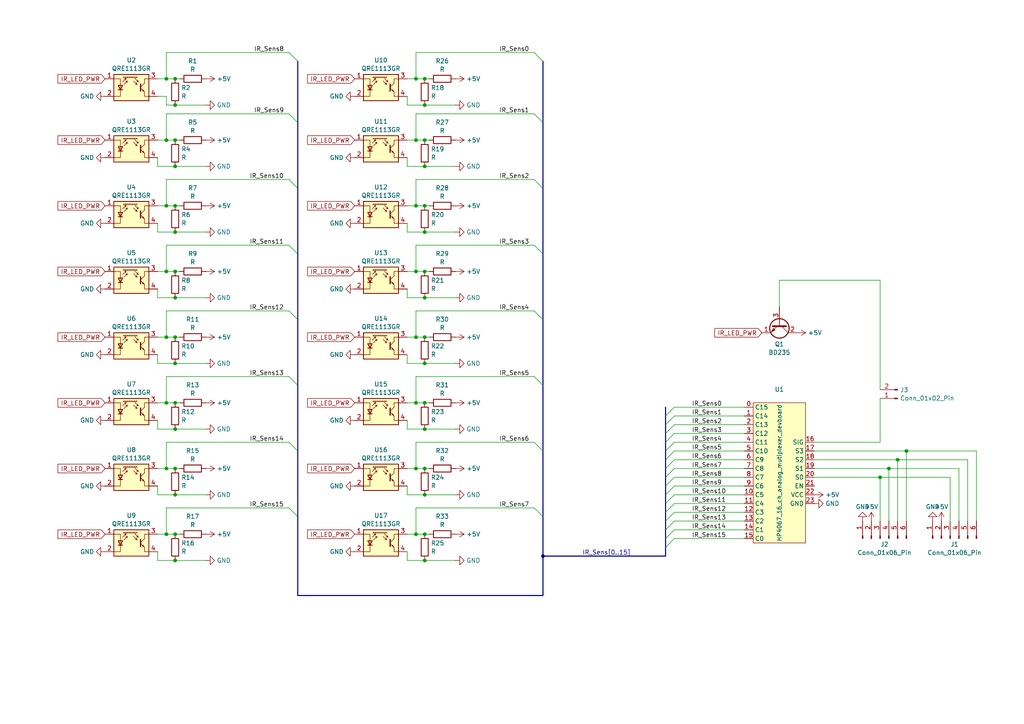
<source format=kicad_sch>
(kicad_sch (version 20231120) (generator "eeschema") (generator_version "8.0")
  (paper "A4")
  (lib_symbols
    (symbol "Connector:Conn_01x02_Pin" (pin_names (offset 1.016) hide)
      (property "Reference" "J" (at 0 2.54 0))
      (property "Value" "Conn_01x02_Pin" (at 0 -5.08 0))
      (symbol "Conn_01x02_Pin_1_1"
        (pin passive line (at 5.08 0 180) (length 3.81) (name "Pin_1") (number "1"))
        (pin passive line (at 5.08 -2.54 180) (length 3.81) (name "Pin_2") (number "2"))
      )
    )
    (symbol "Connector:Conn_01x06_Pin" (pin_names (offset 1.016) hide)
      (property "Reference" "J" (at 0 7.62 0))
      (property "Value" "Conn_01x06_Pin" (at 0 -10.16 0))
      (symbol "Conn_01x06_Pin_1_1"
        (pin passive line (at 5.08 5.08 180) (length 3.81) (name "Pin_1") (number "1"))
        (pin passive line (at 5.08 2.54 180) (length 3.81) (name "Pin_2") (number "2"))
        (pin passive line (at 5.08 0 180) (length 3.81) (name "Pin_3") (number "3"))
        (pin passive line (at 5.08 -2.54 180) (length 3.81) (name "Pin_4") (number "4"))
        (pin passive line (at 5.08 -5.08 180) (length 3.81) (name "Pin_5") (number "5"))
        (pin passive line (at 5.08 -7.62 180) (length 3.81) (name "Pin_6") (number "6"))
      )
    )
    (symbol "Device:R" (pin_numbers hide) (pin_names (offset 0))
      (property "Reference" "R" (at 2.032 0 90))
      (property "Value" "R" (at 0 0 90))
      (symbol "R_1_1"
        (pin passive line (at 0 3.81 270) (length 1.27) (name "~") (number "1"))
        (pin passive line (at 0 -3.81 90) (length 1.27) (name "~") (number "2"))
      )
    )
    (symbol "Sensor_Proximity:QRE1113GR" (pin_names (offset 0.0254) hide)
      (property "Reference" "U" (at -3.81 5.08 0))
      (property "Value" "QRE1113GR" (at 11.43 5.08 0))
      (symbol "QRE1113GR_1_1"
        (pin passive line (at -7.62 2.54 0) (length 2.54) (name "A") (number "1"))
        (pin passive line (at -7.62 -2.54 0) (length 2.54) (name "K") (number "2"))
        (pin open_collector line (at 7.62 2.54 180) (length 2.54) (name "~") (number "3"))
        (pin open_emitter line (at 7.62 -2.54 180) (length 2.54) (name "~") (number "4"))
      )
    )
    (symbol "Transistor_BJT:BD235" (pin_names (offset 0) hide)
      (property "Reference" "Q" (at 5.08 1.905 0))
      (property "Value" "BD235" (at 5.08 0 0))
      (symbol "BD235_1_1"
        (pin passive line (at 2.54 -5.08 90) (length 2.54) (name "E") (number "1"))
        (pin passive line (at 2.54 5.08 270) (length 2.54) (name "C") (number "2"))
        (pin input line (at -5.08 0 0) (length 5.08) (name "B") (number "3"))
      )
    )
    (symbol "power:+5V" (power) (pin_numbers hide) (pin_names (offset 0) hide)
      (property "Value" "+5V" (at 0 3.556 0))
      (symbol "+5V_1_1"
        (pin power_in line (at 0 0 90) (length 0) (name "~") (number "1"))
      )
    )
    (symbol "power:GND" (power) (pin_numbers hide) (pin_names (offset 0) hide)
      (property "Value" "GND" (at 0 -3.81 0))
      (symbol "GND_1_1"
        (pin power_in line (at 0 0 270) (length 0) (name "~") (number "1"))
      )
    )
    (symbol "sequencer_library:HP4067_16_ch_analog_mutiplexer_devboard"
      (property "Reference" "U" (at 0 2.54 0))
      (property "Value" "HP4067_16_ch_analog_mutiplexer_devboard" (at 10.16 -19.05 90))
      (symbol "HP4067_16_ch_analog_mutiplexer_devboard_1_0"
        (pin bidirectional line (at 0 0 0) (length 2.54) (name "C15") (number "0"))
        (pin bidirectional line (at 0 -2.54 0) (length 2.54) (name "C14") (number "1"))
        (pin bidirectional line (at 0 -25.4 0) (length 2.54) (name "C5") (number "10"))
        (pin bidirectional line (at 0 -27.94 0) (length 2.54) (name "C4") (number "11"))
        (pin bidirectional line (at 0 -30.48 0) (length 2.54) (name "C3") (number "12"))
        (pin bidirectional line (at 0 -33.02 0) (length 2.54) (name "C2") (number "13"))
        (pin bidirectional line (at 0 -35.56 0) (length 2.54) (name "C1") (number "14"))
        (pin bidirectional line (at 0 -38.1 0) (length 2.54) (name "C0") (number "15"))
        (pin bidirectional line (at 20.32 -10.16 180) (length 2.54) (name "SIG") (number "16"))
        (pin input line (at 20.32 -12.7 180) (length 2.54) (name "S3") (number "17"))
        (pin input line (at 20.32 -15.24 180) (length 2.54) (name "S2") (number "18"))
        (pin input line (at 20.32 -17.78 180) (length 2.54) (name "S1") (number "19"))
        (pin bidirectional line (at 0 -5.08 0) (length 2.54) (name "C13") (number "2"))
        (pin input line (at 20.32 -20.32 180) (length 2.54) (name "S0") (number "20"))
        (pin input line (at 20.32 -22.86 180) (length 2.54) (name "EN") (number "21"))
        (pin power_in line (at 20.32 -25.4 180) (length 2.54) (name "VCC") (number "22"))
        (pin passive line (at 20.32 -27.94 180) (length 2.54) (name "GND") (number "23"))
        (pin bidirectional line (at 0 -7.62 0) (length 2.54) (name "C12") (number "3"))
        (pin bidirectional line (at 0 -10.16 0) (length 2.54) (name "C11") (number "4"))
        (pin bidirectional line (at 0 -12.7 0) (length 2.54) (name "C10") (number "5"))
        (pin bidirectional line (at 0 -15.24 0) (length 2.54) (name "C9") (number "6"))
        (pin bidirectional line (at 0 -17.78 0) (length 2.54) (name "C8") (number "7"))
        (pin bidirectional line (at 0 -20.32 0) (length 2.54) (name "C7") (number "8"))
        (pin bidirectional line (at 0 -22.86 0) (length 2.54) (name "C6") (number "9"))
      )
    )
  )
  (junction (at 123.19 22.86))
  (junction (at 123.19 116.84))
  (junction (at 48.26 135.89))
  (junction (at 50.8 135.89))
  (junction (at 120.65 116.84))
  (junction (at 120.65 22.86))
  (junction (at 120.65 59.69))
  (junction (at 50.8 48.26))
  (junction (at 50.8 154.94))
  (junction (at 120.65 135.89))
  (junction (at 48.26 154.94))
  (junction (at 123.19 97.79))
  (junction (at 123.19 78.74))
  (junction (at 255.27 138.43))
  (junction (at 157.48 161.29))
  (junction (at 123.19 30.48))
  (junction (at 48.26 116.84))
  (junction (at 50.8 124.46))
  (junction (at 50.8 97.79))
  (junction (at 50.8 30.48))
  (junction (at 48.26 22.86))
  (junction (at 50.8 86.36))
  (junction (at 260.35 133.35))
  (junction (at 123.19 48.26))
  (junction (at 48.26 40.64))
  (junction (at 123.19 135.89))
  (junction (at 50.8 162.56))
  (junction (at 50.8 105.41))
  (junction (at 262.89 130.81))
  (junction (at 257.81 135.89))
  (junction (at 50.8 143.51))
  (junction (at 50.8 116.84))
  (junction (at 120.65 40.64))
  (junction (at 50.8 22.86))
  (junction (at 123.19 86.36))
  (junction (at 123.19 59.69))
  (junction (at 120.65 97.79))
  (junction (at 120.65 154.94))
  (junction (at 120.65 78.74))
  (junction (at 123.19 105.41))
  (junction (at 123.19 143.51))
  (junction (at 123.19 154.94))
  (junction (at 123.19 40.64))
  (junction (at 48.26 59.69))
  (junction (at 48.26 78.74))
  (junction (at 50.8 40.64))
  (junction (at 123.19 124.46))
  (junction (at 50.8 67.31))
  (junction (at 123.19 67.31))
  (junction (at 48.26 97.79))
  (junction (at 50.8 78.74))
  (junction (at 50.8 59.69))
  (junction (at 123.19 162.56))
  (bus_entry (at 157.48 92.71) (size -2.54 -2.54))
  (bus_entry (at 193.04 128.27) (size 2.54 -2.54))
  (bus_entry (at 86.36 92.71) (size -2.54 -2.54))
  (bus_entry (at 86.36 35.56) (size -2.54 -2.54))
  (bus_entry (at 193.04 120.65) (size 2.54 -2.54))
  (bus_entry (at 193.04 153.67) (size 2.54 -2.54))
  (bus_entry (at 193.04 130.81) (size 2.54 -2.54))
  (bus_entry (at 193.04 151.13) (size 2.54 -2.54))
  (bus_entry (at 86.36 111.76) (size -2.54 -2.54))
  (bus_entry (at 157.48 54.61) (size -2.54 -2.54))
  (bus_entry (at 157.48 149.86) (size -2.54 -2.54))
  (bus_entry (at 193.04 138.43) (size 2.54 -2.54))
  (bus_entry (at 193.04 140.97) (size 2.54 -2.54))
  (bus_entry (at 157.48 130.81) (size -2.54 -2.54))
  (bus_entry (at 86.36 54.61) (size -2.54 -2.54))
  (bus_entry (at 193.04 133.35) (size 2.54 -2.54))
  (bus_entry (at 157.48 73.66) (size -2.54 -2.54))
  (bus_entry (at 193.04 148.59) (size 2.54 -2.54))
  (bus_entry (at 157.48 17.78) (size -2.54 -2.54))
  (bus_entry (at 193.04 158.75) (size 2.54 -2.54))
  (bus_entry (at 86.36 17.78) (size -2.54 -2.54))
  (bus_entry (at 86.36 73.66) (size -2.54 -2.54))
  (bus_entry (at 193.04 146.05) (size 2.54 -2.54))
  (bus_entry (at 193.04 123.19) (size 2.54 -2.54))
  (bus_entry (at 193.04 135.89) (size 2.54 -2.54))
  (bus_entry (at 86.36 130.81) (size -2.54 -2.54))
  (bus_entry (at 193.04 156.21) (size 2.54 -2.54))
  (bus_entry (at 157.48 111.76) (size -2.54 -2.54))
  (bus_entry (at 157.48 35.56) (size -2.54 -2.54))
  (bus_entry (at 193.04 143.51) (size 2.54 -2.54))
  (bus_entry (at 86.36 149.86) (size -2.54 -2.54))
  (bus_entry (at 193.04 125.73) (size 2.54 -2.54))
  (bus (pts (xy 157.48 149.86) (xy 157.48 161.29)))
  (wire (pts (xy 195.58 151.13) (xy 215.9 151.13)))
  (bus (pts (xy 86.36 54.61) (xy 86.36 73.66)))
  (wire (pts (xy 123.19 67.31) (xy 118.11 67.31)))
  (wire (pts (xy 118.11 40.64) (xy 120.65 40.64)))
  (wire (pts (xy 48.26 52.07) (xy 83.82 52.07)))
  (wire (pts (xy 120.65 147.32) (xy 154.94 147.32)))
  (wire (pts (xy 118.11 30.48) (xy 118.11 27.94)))
  (wire (pts (xy 255.27 113.03) (xy 255.27 81.28)))
  (wire (pts (xy 118.11 162.56) (xy 118.11 160.02)))
  (wire (pts (xy 59.69 86.36) (xy 50.8 86.36)))
  (wire (pts (xy 132.08 143.51) (xy 123.19 143.51)))
  (wire (pts (xy 48.26 135.89) (xy 50.8 135.89)))
  (bus (pts (xy 86.36 149.86) (xy 86.36 172.72)))
  (wire (pts (xy 120.65 128.27) (xy 154.94 128.27)))
  (bus (pts (xy 193.04 148.59) (xy 193.04 151.13)))
  (wire (pts (xy 120.65 78.74) (xy 123.19 78.74)))
  (wire (pts (xy 45.72 116.84) (xy 48.26 116.84)))
  (wire (pts (xy 50.8 124.46) (xy 45.72 124.46)))
  (wire (pts (xy 120.65 109.22) (xy 154.94 109.22)))
  (wire (pts (xy 123.19 105.41) (xy 118.11 105.41)))
  (bus (pts (xy 193.04 143.51) (xy 193.04 146.05)))
  (wire (pts (xy 123.19 116.84) (xy 124.46 116.84)))
  (wire (pts (xy 120.65 59.69) (xy 120.65 52.07)))
  (wire (pts (xy 48.26 40.64) (xy 50.8 40.64)))
  (bus (pts (xy 193.04 135.89) (xy 193.04 138.43)))
  (wire (pts (xy 45.72 135.89) (xy 48.26 135.89)))
  (wire (pts (xy 132.08 86.36) (xy 123.19 86.36)))
  (wire (pts (xy 48.26 33.02) (xy 83.82 33.02)))
  (wire (pts (xy 120.65 154.94) (xy 123.19 154.94)))
  (wire (pts (xy 118.11 154.94) (xy 120.65 154.94)))
  (wire (pts (xy 120.65 90.17) (xy 154.94 90.17)))
  (wire (pts (xy 236.22 135.89) (xy 257.81 135.89)))
  (wire (pts (xy 120.65 22.86) (xy 123.19 22.86)))
  (wire (pts (xy 48.26 116.84) (xy 48.26 109.22)))
  (wire (pts (xy 118.11 67.31) (xy 118.11 64.77)))
  (wire (pts (xy 45.72 67.31) (xy 45.72 64.77)))
  (wire (pts (xy 195.58 135.89) (xy 215.9 135.89)))
  (wire (pts (xy 132.08 105.41) (xy 123.19 105.41)))
  (wire (pts (xy 50.8 78.74) (xy 52.07 78.74)))
  (wire (pts (xy 48.26 30.48) (xy 50.8 30.48)))
  (wire (pts (xy 132.08 67.31) (xy 123.19 67.31)))
  (wire (pts (xy 48.26 59.69) (xy 50.8 59.69)))
  (wire (pts (xy 48.26 15.24) (xy 83.82 15.24)))
  (bus (pts (xy 193.04 138.43) (xy 193.04 140.97)))
  (wire (pts (xy 278.13 135.89) (xy 278.13 151.13)))
  (wire (pts (xy 45.72 40.64) (xy 48.26 40.64)))
  (wire (pts (xy 118.11 124.46) (xy 118.11 121.92)))
  (wire (pts (xy 195.58 146.05) (xy 215.9 146.05)))
  (wire (pts (xy 48.26 154.94) (xy 48.26 147.32)))
  (wire (pts (xy 120.65 97.79) (xy 123.19 97.79)))
  (wire (pts (xy 48.26 71.12) (xy 83.82 71.12)))
  (wire (pts (xy 50.8 40.64) (xy 52.07 40.64)))
  (wire (pts (xy 255.27 128.27) (xy 255.27 115.57)))
  (bus (pts (xy 193.04 128.27) (xy 193.04 130.81)))
  (bus (pts (xy 193.04 118.11) (xy 193.04 120.65)))
  (wire (pts (xy 45.72 86.36) (xy 45.72 83.82)))
  (wire (pts (xy 59.69 124.46) (xy 50.8 124.46)))
  (bus (pts (xy 157.48 130.81) (xy 157.48 149.86)))
  (wire (pts (xy 45.72 124.46) (xy 45.72 121.92)))
  (wire (pts (xy 50.8 116.84) (xy 52.07 116.84)))
  (wire (pts (xy 257.81 135.89) (xy 257.81 151.13)))
  (wire (pts (xy 45.72 143.51) (xy 45.72 140.97)))
  (wire (pts (xy 120.65 40.64) (xy 120.65 33.02)))
  (wire (pts (xy 120.65 154.94) (xy 120.65 147.32)))
  (wire (pts (xy 123.19 40.64) (xy 124.46 40.64)))
  (wire (pts (xy 59.69 67.31) (xy 50.8 67.31)))
  (wire (pts (xy 120.65 22.86) (xy 120.65 15.24)))
  (wire (pts (xy 123.19 124.46) (xy 118.11 124.46)))
  (wire (pts (xy 45.72 97.79) (xy 48.26 97.79)))
  (wire (pts (xy 195.58 138.43) (xy 215.9 138.43)))
  (wire (pts (xy 48.26 30.48) (xy 48.26 27.94)))
  (wire (pts (xy 260.35 133.35) (xy 280.67 133.35)))
  (wire (pts (xy 50.8 48.26) (xy 45.72 48.26)))
  (wire (pts (xy 195.58 130.81) (xy 215.9 130.81)))
  (wire (pts (xy 120.65 78.74) (xy 120.65 71.12)))
  (wire (pts (xy 48.26 154.94) (xy 50.8 154.94)))
  (wire (pts (xy 195.58 148.59) (xy 215.9 148.59)))
  (wire (pts (xy 118.11 59.69) (xy 120.65 59.69)))
  (bus (pts (xy 157.48 35.56) (xy 157.48 54.61)))
  (wire (pts (xy 120.65 97.79) (xy 120.65 90.17)))
  (wire (pts (xy 48.26 22.86) (xy 48.26 15.24)))
  (wire (pts (xy 280.67 133.35) (xy 280.67 151.13)))
  (wire (pts (xy 45.72 154.94) (xy 48.26 154.94)))
  (wire (pts (xy 255.27 138.43) (xy 275.59 138.43)))
  (wire (pts (xy 50.8 162.56) (xy 45.72 162.56)))
  (wire (pts (xy 50.8 30.48) (xy 59.69 30.48)))
  (wire (pts (xy 48.26 78.74) (xy 50.8 78.74)))
  (wire (pts (xy 48.26 59.69) (xy 48.26 52.07)))
  (wire (pts (xy 195.58 156.21) (xy 215.9 156.21)))
  (wire (pts (xy 120.65 116.84) (xy 123.19 116.84)))
  (wire (pts (xy 118.11 22.86) (xy 120.65 22.86)))
  (wire (pts (xy 59.69 48.26) (xy 50.8 48.26)))
  (wire (pts (xy 226.06 81.28) (xy 226.06 88.9)))
  (wire (pts (xy 50.8 97.79) (xy 52.07 97.79)))
  (wire (pts (xy 123.19 22.86) (xy 124.46 22.86)))
  (wire (pts (xy 59.69 143.51) (xy 50.8 143.51)))
  (bus (pts (xy 157.48 54.61) (xy 157.48 73.66)))
  (bus (pts (xy 193.04 120.65) (xy 193.04 123.19)))
  (wire (pts (xy 48.26 40.64) (xy 48.26 33.02)))
  (wire (pts (xy 132.08 124.46) (xy 123.19 124.46)))
  (wire (pts (xy 118.11 135.89) (xy 120.65 135.89)))
  (wire (pts (xy 132.08 162.56) (xy 123.19 162.56)))
  (wire (pts (xy 195.58 128.27) (xy 215.9 128.27)))
  (wire (pts (xy 120.65 40.64) (xy 123.19 40.64)))
  (wire (pts (xy 120.65 71.12) (xy 154.94 71.12)))
  (wire (pts (xy 195.58 153.67) (xy 215.9 153.67)))
  (wire (pts (xy 48.26 128.27) (xy 83.82 128.27)))
  (wire (pts (xy 195.58 123.19) (xy 215.9 123.19)))
  (wire (pts (xy 132.08 30.48) (xy 123.19 30.48)))
  (wire (pts (xy 120.65 15.24) (xy 154.94 15.24)))
  (wire (pts (xy 48.26 90.17) (xy 83.82 90.17)))
  (bus (pts (xy 193.04 156.21) (xy 193.04 158.75)))
  (bus (pts (xy 157.48 161.29) (xy 157.48 172.72)))
  (bus (pts (xy 193.04 123.19) (xy 193.04 125.73)))
  (wire (pts (xy 48.26 97.79) (xy 48.26 90.17)))
  (wire (pts (xy 283.21 130.81) (xy 283.21 151.13)))
  (bus (pts (xy 157.48 73.66) (xy 157.48 92.71)))
  (wire (pts (xy 48.26 116.84) (xy 50.8 116.84)))
  (wire (pts (xy 123.19 59.69) (xy 124.46 59.69)))
  (wire (pts (xy 118.11 48.26) (xy 118.11 45.72)))
  (wire (pts (xy 50.8 135.89) (xy 52.07 135.89)))
  (wire (pts (xy 123.19 30.48) (xy 118.11 30.48)))
  (wire (pts (xy 262.89 130.81) (xy 283.21 130.81)))
  (wire (pts (xy 118.11 105.41) (xy 118.11 102.87)))
  (bus (pts (xy 193.04 133.35) (xy 193.04 135.89)))
  (bus (pts (xy 86.36 92.71) (xy 86.36 111.76)))
  (wire (pts (xy 195.58 133.35) (xy 215.9 133.35)))
  (wire (pts (xy 123.19 143.51) (xy 118.11 143.51)))
  (wire (pts (xy 195.58 118.11) (xy 215.9 118.11)))
  (wire (pts (xy 50.8 22.86) (xy 52.07 22.86)))
  (bus (pts (xy 86.36 35.56) (xy 86.36 54.61)))
  (wire (pts (xy 118.11 78.74) (xy 120.65 78.74)))
  (wire (pts (xy 50.8 59.69) (xy 52.07 59.69)))
  (wire (pts (xy 45.72 78.74) (xy 48.26 78.74)))
  (bus (pts (xy 193.04 153.67) (xy 193.04 156.21)))
  (wire (pts (xy 236.22 128.27) (xy 255.27 128.27)))
  (wire (pts (xy 123.19 154.94) (xy 124.46 154.94)))
  (wire (pts (xy 59.69 162.56) (xy 50.8 162.56)))
  (bus (pts (xy 157.48 111.76) (xy 157.48 130.81)))
  (wire (pts (xy 132.08 48.26) (xy 123.19 48.26)))
  (wire (pts (xy 123.19 86.36) (xy 118.11 86.36)))
  (wire (pts (xy 120.65 52.07) (xy 154.94 52.07)))
  (wire (pts (xy 262.89 130.81) (xy 262.89 151.13)))
  (wire (pts (xy 45.72 162.56) (xy 45.72 160.02)))
  (wire (pts (xy 195.58 125.73) (xy 215.9 125.73)))
  (bus (pts (xy 86.36 73.66) (xy 86.36 92.71)))
  (bus (pts (xy 157.48 17.78) (xy 157.48 35.56)))
  (wire (pts (xy 255.27 138.43) (xy 255.27 151.13)))
  (wire (pts (xy 120.65 59.69) (xy 123.19 59.69)))
  (wire (pts (xy 48.26 22.86) (xy 50.8 22.86)))
  (bus (pts (xy 193.04 161.29) (xy 157.48 161.29)))
  (wire (pts (xy 48.26 97.79) (xy 50.8 97.79)))
  (wire (pts (xy 50.8 143.51) (xy 45.72 143.51)))
  (bus (pts (xy 193.04 125.73) (xy 193.04 128.27)))
  (bus (pts (xy 193.04 158.75) (xy 193.04 161.29)))
  (bus (pts (xy 193.04 140.97) (xy 193.04 143.51)))
  (wire (pts (xy 236.22 138.43) (xy 255.27 138.43)))
  (wire (pts (xy 45.72 22.86) (xy 48.26 22.86)))
  (wire (pts (xy 48.26 135.89) (xy 48.26 128.27)))
  (wire (pts (xy 195.58 143.51) (xy 215.9 143.51)))
  (wire (pts (xy 123.19 135.89) (xy 124.46 135.89)))
  (wire (pts (xy 120.65 116.84) (xy 120.65 109.22)))
  (wire (pts (xy 45.72 48.26) (xy 45.72 45.72)))
  (wire (pts (xy 45.72 59.69) (xy 48.26 59.69)))
  (wire (pts (xy 123.19 97.79) (xy 124.46 97.79)))
  (wire (pts (xy 50.8 86.36) (xy 45.72 86.36)))
  (wire (pts (xy 236.22 130.81) (xy 262.89 130.81)))
  (bus (pts (xy 157.48 92.71) (xy 157.48 111.76)))
  (wire (pts (xy 257.81 135.89) (xy 278.13 135.89)))
  (wire (pts (xy 48.26 109.22) (xy 83.82 109.22)))
  (wire (pts (xy 118.11 116.84) (xy 120.65 116.84)))
  (bus (pts (xy 193.04 151.13) (xy 193.04 153.67)))
  (wire (pts (xy 120.65 135.89) (xy 123.19 135.89)))
  (wire (pts (xy 120.65 128.27) (xy 120.65 135.89)))
  (wire (pts (xy 236.22 133.35) (xy 260.35 133.35)))
  (wire (pts (xy 255.27 81.28) (xy 226.06 81.28)))
  (wire (pts (xy 50.8 154.94) (xy 52.07 154.94)))
  (wire (pts (xy 48.26 78.74) (xy 48.26 71.12)))
  (wire (pts (xy 118.11 86.36) (xy 118.11 83.82)))
  (wire (pts (xy 50.8 105.41) (xy 45.72 105.41)))
  (wire (pts (xy 260.35 133.35) (xy 260.35 151.13)))
  (wire (pts (xy 275.59 138.43) (xy 275.59 151.13)))
  (bus (pts (xy 193.04 130.81) (xy 193.04 133.35)))
  (wire (pts (xy 118.11 143.51) (xy 118.11 140.97)))
  (wire (pts (xy 123.19 78.74) (xy 124.46 78.74)))
  (bus (pts (xy 86.36 111.76) (xy 86.36 130.81)))
  (bus (pts (xy 86.36 130.81) (xy 86.36 149.86)))
  (wire (pts (xy 59.69 105.41) (xy 50.8 105.41)))
  (bus (pts (xy 86.36 17.78) (xy 86.36 35.56)))
  (wire (pts (xy 195.58 120.65) (xy 215.9 120.65)))
  (wire (pts (xy 48.26 147.32) (xy 83.82 147.32)))
  (wire (pts (xy 195.58 140.97) (xy 215.9 140.97)))
  (wire (pts (xy 50.8 67.31) (xy 45.72 67.31)))
  (bus (pts (xy 157.48 172.72) (xy 86.36 172.72)))
  (wire (pts (xy 48.26 27.94) (xy 45.72 27.94)))
  (bus (pts (xy 193.04 146.05) (xy 193.04 148.59)))
  (wire (pts (xy 123.19 162.56) (xy 118.11 162.56)))
  (wire (pts (xy 118.11 97.79) (xy 120.65 97.79)))
  (wire (pts (xy 123.19 48.26) (xy 118.11 48.26)))
  (wire (pts (xy 120.65 33.02) (xy 154.94 33.02)))
  (wire (pts (xy 45.72 105.41) (xy 45.72 102.87)))
  (label "IR_Sens13" (at 200.66 151.13 0))
  (label "IR_Sens10" (at 200.66 143.51 0))
  (label "IR_Sens[0..15]" (at 168.91 161.29 0))
  (label "IR_Sens10" (at 72.39 52.07 0))
  (label "IR_Sens4" (at 144.78 90.17 0))
  (label "IR_Sens15" (at 72.39 147.32 0))
  (label "IR_Sens5" (at 144.78 109.22 0))
  (label "IR_Sens15" (at 200.66 156.21 0))
  (label "IR_Sens8" (at 73.66 15.24 0))
  (label "IR_Sens6" (at 200.66 133.35 0))
  (label "IR_Sens6" (at 144.78 128.27 0))
  (label "IR_Sens1" (at 144.78 33.02 0))
  (label "IR_Sens8" (at 200.66 138.43 0))
  (label "IR_Sens4" (at 200.66 128.27 0))
  (label "IR_Sens13" (at 72.39 109.22 0))
  (label "IR_Sens14" (at 200.66 153.67 0))
  (label "IR_Sens2" (at 144.78 52.07 0))
  (label "IR_Sens7" (at 200.66 135.89 0))
  (label "IR_Sens0" (at 144.78 15.24 0))
  (label "IR_Sens0" (at 200.66 118.11 0))
  (label "IR_Sens9" (at 73.66 33.02 0))
  (label "IR_Sens11" (at 72.39 71.12 0))
  (label "IR_Sens3" (at 200.66 125.73 0))
  (label "IR_Sens3" (at 144.78 71.12 0))
  (label "IR_Sens11" (at 200.66 146.05 0))
  (label "IR_Sens9" (at 200.66 140.97 0))
  (label "IR_Sens1" (at 200.66 120.65 0))
  (label "IR_Sens12" (at 72.39 90.17 0))
  (label "IR_Sens14" (at 72.39 128.27 0))
  (label "IR_Sens2" (at 200.66 123.19 0))
  (label "IR_Sens5" (at 200.66 130.81 0))
  (label "IR_Sens12" (at 200.66 148.59 0))
  (label "IR_Sens7" (at 144.78 147.32 0))
  (global_label "IR_LED_PWR" (shape input) (at 102.87 78.74 180) (property "Intersheetrefs" "${INTERSHEET_REFS}" (effects (hide yes))))
  (global_label "IR_LED_PWR" (shape input) (at 30.48 78.74 180) (property "Intersheetrefs" "${INTERSHEET_REFS}" (effects (hide yes))))
  (global_label "IR_LED_PWR" (shape input) (at 102.87 40.64 180) (property "Intersheetrefs" "${INTERSHEET_REFS}" (effects (hide yes))))
  (global_label "IR_LED_PWR" (shape input) (at 102.87 135.89 180) (property "Intersheetrefs" "${INTERSHEET_REFS}" (effects (hide yes))))
  (global_label "IR_LED_PWR" (shape input) (at 30.48 116.84 180) (property "Intersheetrefs" "${INTERSHEET_REFS}" (effects (hide yes))))
  (global_label "IR_LED_PWR" (shape input) (at 30.48 22.86 180) (property "Intersheetrefs" "${INTERSHEET_REFS}" (effects (hide yes))))
  (global_label "IR_LED_PWR" (shape input) (at 30.48 59.69 180) (property "Intersheetrefs" "${INTERSHEET_REFS}" (effects (hide yes))))
  (global_label "IR_LED_PWR" (shape input) (at 102.87 22.86 180) (property "Intersheetrefs" "${INTERSHEET_REFS}" (effects (hide yes))))
  (global_label "IR_LED_PWR" (shape input) (at 30.48 40.64 180) (property "Intersheetrefs" "${INTERSHEET_REFS}" (effects (hide yes))))
  (global_label "IR_LED_PWR" (shape input) (at 102.87 59.69 180) (property "Intersheetrefs" "${INTERSHEET_REFS}" (effects (hide yes))))
  (global_label "IR_LED_PWR" (shape input) (at 102.87 116.84 180) (property "Intersheetrefs" "${INTERSHEET_REFS}" (effects (hide yes))))
  (global_label "IR_LED_PWR" (shape input) (at 30.48 97.79 180) (property "Intersheetrefs" "${INTERSHEET_REFS}" (effects (hide yes))))
  (global_label "IR_LED_PWR" (shape input) (at 30.48 135.89 180) (property "Intersheetrefs" "${INTERSHEET_REFS}" (effects (hide yes))))
  (global_label "IR_LED_PWR" (shape input) (at 30.48 154.94 180) (property "Intersheetrefs" "${INTERSHEET_REFS}" (effects (hide yes))))
  (global_label "IR_LED_PWR" (shape input) (at 220.98 96.52 180) (property "Intersheetrefs" "${INTERSHEET_REFS}" (effects (hide yes))))
  (global_label "IR_LED_PWR" (shape input) (at 102.87 97.79 180) (property "Intersheetrefs" "${INTERSHEET_REFS}" (effects (hide yes))))
  (global_label "IR_LED_PWR" (shape input) (at 102.87 154.94 180) (property "Intersheetrefs" "${INTERSHEET_REFS}" (effects (hide yes))))
  (symbol (lib_id "Sensor_Proximity:QRE1113GR") (at 38.1 100.33 0) (unit 1)
    (property "Reference" "U6" (at 38.1 92.3755 0))
    (property "Value" "QRE1113GR" (at 38.1 94.7998 0))
    (property "Footprint" "sequencer:QRE1113GR" (effects (hide yes)))
    (property "Datasheet" "http://www.onsemi.com/pub/Collateral/QRE1113-D.PDF" (effects (hide yes)))
    (property "Description" "Miniature Reflective Optical Object Sensor, SMD-4" (effects (hide yes)))
  )
  (symbol (lib_id "power:GND") (at 132.08 162.56 90) (unit 1)
    (property "Reference" "#PWR076" (effects (hide yes)))
    (property "Value" "GND" (at 135.255 162.56 90) (effects (justify right)))
    (property "Description" "Power symbol creates a global label with name \"GND\" , ground" (effects (hide yes)))
  )
  (symbol (lib_id "Device:R") (at 50.8 82.55 180) (unit 1)
    (property "Reference" "R8" (at 52.578 81.3378 0) (effects (justify right)))
    (property "Value" "R" (at 52.578 83.7621 0) (effects (justify right)))
    (property "Footprint" "sequencer:R_Axial_DIN0207_L6.3mm_D2.5mm_P10.16mm_Horizontal_BIG_PADS" (effects (hide yes)))
    (property "Description" "Resistor" (effects (hide yes)))
  )
  (symbol (lib_id "Device:R") (at 50.8 63.5 180) (unit 1)
    (property "Reference" "R6" (at 52.578 62.2878 0) (effects (justify right)))
    (property "Value" "R" (at 52.578 64.7121 0) (effects (justify right)))
    (property "Footprint" "sequencer:R_Axial_DIN0207_L6.3mm_D2.5mm_P10.16mm_Horizontal_BIG_PADS" (effects (hide yes)))
    (property "Description" "Resistor" (effects (hide yes)))
  )
  (symbol (lib_id "power:+5V") (at 132.08 97.79 270) (unit 1)
    (property "Reference" "#PWR081" (effects (hide yes)))
    (property "Value" "+5V" (at 135.255 97.79 90) (effects (justify left)))
    (property "Description" "Power symbol creates a global label with name \"+5V\"" (effects (hide yes)))
  )
  (symbol (lib_id "Device:R") (at 128.27 154.94 90) (unit 1)
    (property "Reference" "R33" (at 128.27 149.7795 90))
    (property "Value" "R" (at 128.27 152.2038 90))
    (property "Footprint" "sequencer:R_Axial_DIN0207_L6.3mm_D2.5mm_P10.16mm_Horizontal_BIG_PADS" (effects (hide yes)))
    (property "Description" "Resistor" (effects (hide yes)))
  )
  (symbol (lib_id "power:+5V") (at 236.22 143.51 270) (unit 1)
    (property "Reference" "#PWR08" (effects (hide yes)))
    (property "Value" "+5V" (at 239.395 143.51 90) (effects (justify left)))
    (property "Description" "Power symbol creates a global label with name \"+5V\"" (effects (hide yes)))
  )
  (symbol (lib_id "Sensor_Proximity:QRE1113GR") (at 110.49 81.28 0) (unit 1)
    (property "Reference" "U13" (at 110.49 73.3255 0))
    (property "Value" "QRE1113GR" (at 110.49 75.7498 0))
    (property "Footprint" "sequencer:QRE1113GR" (effects (hide yes)))
    (property "Datasheet" "http://www.onsemi.com/pub/Collateral/QRE1113-D.PDF" (effects (hide yes)))
    (property "Description" "Miniature Reflective Optical Object Sensor, SMD-4" (effects (hide yes)))
  )
  (symbol (lib_id "power:GND") (at 30.48 83.82 270) (unit 1)
    (property "Reference" "#PWR022" (effects (hide yes)))
    (property "Value" "GND" (at 27.3051 83.82 90) (effects (justify right)))
    (property "Description" "Power symbol creates a global label with name \"GND\" , ground" (effects (hide yes)))
  )
  (symbol (lib_id "Device:R") (at 123.19 82.55 180) (unit 1)
    (property "Reference" "R21" (at 124.968 81.3378 0) (effects (justify right)))
    (property "Value" "R" (at 124.968 83.7621 0) (effects (justify right)))
    (property "Footprint" "sequencer:R_Axial_DIN0207_L6.3mm_D2.5mm_P10.16mm_Horizontal_BIG_PADS" (effects (hide yes)))
    (property "Description" "Resistor" (effects (hide yes)))
  )
  (symbol (lib_id "Device:R") (at 128.27 22.86 90) (unit 1)
    (property "Reference" "R26" (at 128.27 17.6995 90))
    (property "Value" "R" (at 128.27 20.1238 90))
    (property "Footprint" "sequencer:R_Axial_DIN0207_L6.3mm_D2.5mm_P10.16mm_Horizontal_BIG_PADS" (effects (hide yes)))
    (property "Description" "Resistor" (effects (hide yes)))
  )
  (symbol (lib_id "power:GND") (at 30.48 160.02 270) (unit 1)
    (property "Reference" "#PWR042" (effects (hide yes)))
    (property "Value" "GND" (at 27.3051 160.02 90) (effects (justify right)))
    (property "Description" "Power symbol creates a global label with name \"GND\" , ground" (effects (hide yes)))
  )
  (symbol (lib_id "Sensor_Proximity:QRE1113GR") (at 38.1 43.18 0) (unit 1)
    (property "Reference" "U3" (at 38.1 35.2255 0))
    (property "Value" "QRE1113GR" (at 38.1 37.6498 0))
    (property "Footprint" "sequencer:QRE1113GR" (effects (hide yes)))
    (property "Datasheet" "http://www.onsemi.com/pub/Collateral/QRE1113-D.PDF" (effects (hide yes)))
    (property "Description" "Miniature Reflective Optical Object Sensor, SMD-4" (effects (hide yes)))
  )
  (symbol (lib_id "Device:R") (at 123.19 44.45 180) (unit 1)
    (property "Reference" "R19" (at 124.968 43.2378 0) (effects (justify right)))
    (property "Value" "R" (at 124.968 45.6621 0) (effects (justify right)))
    (property "Footprint" "sequencer:R_Axial_DIN0207_L6.3mm_D2.5mm_P10.16mm_Horizontal_BIG_PADS" (effects (hide yes)))
    (property "Description" "Resistor" (effects (hide yes)))
  )
  (symbol (lib_id "power:GND") (at 132.08 124.46 90) (unit 1)
    (property "Reference" "#PWR074" (effects (hide yes)))
    (property "Value" "GND" (at 135.255 124.46 90) (effects (justify right)))
    (property "Description" "Power symbol creates a global label with name \"GND\" , ground" (effects (hide yes)))
  )
  (symbol (lib_id "Device:R") (at 55.88 59.69 90) (unit 1)
    (property "Reference" "R7" (at 55.88 54.5295 90))
    (property "Value" "R" (at 55.88 56.9538 90))
    (property "Footprint" "sequencer:R_Axial_DIN0207_L6.3mm_D2.5mm_P10.16mm_Horizontal_BIG_PADS" (effects (hide yes)))
    (property "Description" "Resistor" (effects (hide yes)))
  )
  (symbol (lib_id "Sensor_Proximity:QRE1113GR") (at 38.1 119.38 0) (unit 1)
    (property "Reference" "U7" (at 38.1 111.4255 0))
    (property "Value" "QRE1113GR" (at 38.1 113.8498 0))
    (property "Footprint" "sequencer:QRE1113GR" (effects (hide yes)))
    (property "Datasheet" "http://www.onsemi.com/pub/Collateral/QRE1113-D.PDF" (effects (hide yes)))
    (property "Description" "Miniature Reflective Optical Object Sensor, SMD-4" (effects (hide yes)))
  )
  (symbol (lib_id "power:GND") (at 30.48 121.92 270) (unit 1)
    (property "Reference" "#PWR032" (effects (hide yes)))
    (property "Value" "GND" (at 27.3051 121.92 90) (effects (justify right)))
    (property "Description" "Power symbol creates a global label with name \"GND\" , ground" (effects (hide yes)))
  )
  (symbol (lib_id "Device:R") (at 55.88 116.84 90) (unit 1)
    (property "Reference" "R13" (at 55.88 111.6795 90))
    (property "Value" "R" (at 55.88 114.1038 90))
    (property "Footprint" "sequencer:R_Axial_DIN0207_L6.3mm_D2.5mm_P10.16mm_Horizontal_BIG_PADS" (effects (hide yes)))
    (property "Description" "Resistor" (effects (hide yes)))
  )
  (symbol (lib_id "Device:R") (at 128.27 135.89 90) (unit 1)
    (property "Reference" "R32" (at 128.27 130.7295 90))
    (property "Value" "R" (at 128.27 133.1538 90))
    (property "Footprint" "sequencer:R_Axial_DIN0207_L6.3mm_D2.5mm_P10.16mm_Horizontal_BIG_PADS" (effects (hide yes)))
    (property "Description" "Resistor" (effects (hide yes)))
  )
  (symbol (lib_id "power:GND") (at 59.69 105.41 90) (unit 1)
    (property "Reference" "#PWR028" (effects (hide yes)))
    (property "Value" "GND" (at 62.865 105.41 90) (effects (justify right)))
    (property "Description" "Power symbol creates a global label with name \"GND\" , ground" (effects (hide yes)))
  )
  (symbol (lib_id "power:GND") (at 30.48 45.72 270) (unit 1)
    (property "Reference" "#PWR012" (effects (hide yes)))
    (property "Value" "GND" (at 27.3051 45.72 90) (effects (justify right)))
    (property "Description" "Power symbol creates a global label with name \"GND\" , ground" (effects (hide yes)))
  )
  (symbol (lib_id "power:GND") (at 102.87 121.92 270) (unit 1)
    (property "Reference" "#PWR066" (effects (hide yes)))
    (property "Value" "GND" (at 99.6951 121.92 90) (effects (justify right)))
    (property "Description" "Power symbol creates a global label with name \"GND\" , ground" (effects (hide yes)))
  )
  (symbol (lib_id "power:+5V") (at 59.69 154.94 270) (unit 1)
    (property "Reference" "#PWR044" (effects (hide yes)))
    (property "Value" "+5V" (at 62.865 154.94 90) (effects (justify left)))
    (property "Description" "Power symbol creates a global label with name \"+5V\"" (effects (hide yes)))
  )
  (symbol (lib_id "power:+5V") (at 59.69 135.89 270) (unit 1)
    (property "Reference" "#PWR039" (effects (hide yes)))
    (property "Value" "+5V" (at 62.865 135.89 90) (effects (justify left)))
    (property "Description" "Power symbol creates a global label with name \"+5V\"" (effects (hide yes)))
  )
  (symbol (lib_id "Device:R") (at 123.19 63.5 180) (unit 1)
    (property "Reference" "R20" (at 124.968 62.2878 0) (effects (justify right)))
    (property "Value" "R" (at 124.968 64.7121 0) (effects (justify right)))
    (property "Footprint" "sequencer:R_Axial_DIN0207_L6.3mm_D2.5mm_P10.16mm_Horizontal_BIG_PADS" (effects (hide yes)))
    (property "Description" "Resistor" (effects (hide yes)))
  )
  (symbol (lib_id "power:GND") (at 270.51 151.13 180) (unit 1)
    (property "Reference" "#PWR086" (effects (hide yes)))
    (property "Value" "GND" (at 270.51 146.9969 0))
    (property "Description" "Power symbol creates a global label with name \"GND\" , ground" (effects (hide yes)))
  )
  (symbol (lib_id "Device:R") (at 128.27 116.84 90) (unit 1)
    (property "Reference" "R31" (at 128.27 111.6795 90))
    (property "Value" "R" (at 128.27 114.1038 90))
    (property "Footprint" "sequencer:R_Axial_DIN0207_L6.3mm_D2.5mm_P10.16mm_Horizontal_BIG_PADS" (effects (hide yes)))
    (property "Description" "Resistor" (effects (hide yes)))
  )
  (symbol (lib_id "Connector:Conn_01x02_Pin") (at 260.35 115.57 180) (unit 1)
    (property "Reference" "J3" (at 261.0612 113.0878 0) (effects (justify right)))
    (property "Value" "Conn_01x02_Pin" (at 261.0612 115.5121 0) (effects (justify right)))
    (property "Footprint" "Connector_PinHeader_2.54mm:PinHeader_1x02_P2.54mm_Vertical" (effects (hide yes)))
    (property "Description" "Generic connector, single row, 01x02, script generated" (effects (hide yes)))
  )
  (symbol (lib_id "power:GND") (at 132.08 67.31 90) (unit 1)
    (property "Reference" "#PWR071" (effects (hide yes)))
    (property "Value" "GND" (at 135.255 67.31 90) (effects (justify right)))
    (property "Description" "Power symbol creates a global label with name \"GND\" , ground" (effects (hide yes)))
  )
  (symbol (lib_id "power:+5V") (at 59.69 97.79 270) (unit 1)
    (property "Reference" "#PWR029" (effects (hide yes)))
    (property "Value" "+5V" (at 62.865 97.79 90) (effects (justify left)))
    (property "Description" "Power symbol creates a global label with name \"+5V\"" (effects (hide yes)))
  )
  (symbol (lib_id "Device:R") (at 50.8 26.67 180) (unit 1)
    (property "Reference" "R2" (at 52.578 25.4578 0) (effects (justify right)))
    (property "Value" "R" (at 52.578 27.8821 0) (effects (justify right)))
    (property "Footprint" "sequencer:R_Axial_DIN0207_L6.3mm_D2.5mm_P10.16mm_Horizontal_BIG_PADS" (effects (hide yes)))
    (property "Description" "Resistor" (effects (hide yes)))
  )
  (symbol (lib_id "power:+5V") (at 59.69 116.84 270) (unit 1)
    (property "Reference" "#PWR034" (effects (hide yes)))
    (property "Value" "+5V" (at 62.865 116.84 90) (effects (justify left)))
    (property "Description" "Power symbol creates a global label with name \"+5V\"" (effects (hide yes)))
  )
  (symbol (lib_id "Device:R") (at 55.88 135.89 90) (unit 1)
    (property "Reference" "R15" (at 55.88 130.7295 90))
    (property "Value" "R" (at 55.88 133.1538 90))
    (property "Footprint" "sequencer:R_Axial_DIN0207_L6.3mm_D2.5mm_P10.16mm_Horizontal_BIG_PADS" (effects (hide yes)))
    (property "Description" "Resistor" (effects (hide yes)))
  )
  (symbol (lib_id "power:GND") (at 30.48 140.97 270) (unit 1)
    (property "Reference" "#PWR037" (effects (hide yes)))
    (property "Value" "GND" (at 27.3051 140.97 90) (effects (justify right)))
    (property "Description" "Power symbol creates a global label with name \"GND\" , ground" (effects (hide yes)))
  )
  (symbol (lib_id "power:GND") (at 102.87 140.97 270) (unit 1)
    (property "Reference" "#PWR067" (effects (hide yes)))
    (property "Value" "GND" (at 99.6951 140.97 90) (effects (justify right)))
    (property "Description" "Power symbol creates a global label with name \"GND\" , ground" (effects (hide yes)))
  )
  (symbol (lib_id "power:GND") (at 59.69 48.26 90) (unit 1)
    (property "Reference" "#PWR013" (effects (hide yes)))
    (property "Value" "GND" (at 62.865 48.26 90) (effects (justify right)))
    (property "Description" "Power symbol creates a global label with name \"GND\" , ground" (effects (hide yes)))
  )
  (symbol (lib_id "power:GND") (at 102.87 27.94 270) (unit 1)
    (property "Reference" "#PWR061" (effects (hide yes)))
    (property "Value" "GND" (at 99.6951 27.94 90) (effects (justify right)))
    (property "Description" "Power symbol creates a global label with name \"GND\" , ground" (effects (hide yes)))
  )
  (symbol (lib_id "power:GND") (at 102.87 45.72 270) (unit 1)
    (property "Reference" "#PWR062" (effects (hide yes)))
    (property "Value" "GND" (at 99.6951 45.72 90) (effects (justify right)))
    (property "Description" "Power symbol creates a global label with name \"GND\" , ground" (effects (hide yes)))
  )
  (symbol (lib_id "Sensor_Proximity:QRE1113GR") (at 38.1 138.43 0) (unit 1)
    (property "Reference" "U8" (at 38.1 130.4755 0))
    (property "Value" "QRE1113GR" (at 38.1 132.8998 0))
    (property "Footprint" "sequencer:QRE1113GR" (effects (hide yes)))
    (property "Datasheet" "http://www.onsemi.com/pub/Collateral/QRE1113-D.PDF" (effects (hide yes)))
    (property "Description" "Miniature Reflective Optical Object Sensor, SMD-4" (effects (hide yes)))
  )
  (symbol (lib_id "power:GND") (at 102.87 64.77 270) (unit 1)
    (property "Reference" "#PWR063" (effects (hide yes)))
    (property "Value" "GND" (at 99.6951 64.77 90) (effects (justify right)))
    (property "Description" "Power symbol creates a global label with name \"GND\" , ground" (effects (hide yes)))
  )
  (symbol (lib_id "power:+5V") (at 132.08 40.64 270) (unit 1)
    (property "Reference" "#PWR078" (effects (hide yes)))
    (property "Value" "+5V" (at 135.255 40.64 90) (effects (justify left)))
    (property "Description" "Power symbol creates a global label with name \"+5V\"" (effects (hide yes)))
  )
  (symbol (lib_id "Transistor_BJT:BD235") (at 226.06 93.98 270) (unit 1)
    (property "Reference" "Q1" (at 226.06 99.8149 90))
    (property "Value" "BD235" (at 226.06 102.2392 90))
    (property "Footprint" "Package_TO_SOT_THT:TO-126-3_Vertical" (effects (hide yes)))
    (property "Datasheet" "https://media.digikey.com/pdf/Data%20Sheets/Micro%20Commercial%20PDFs/BD233,235,237.pdf" (effects (hide yes)))
    (property "Description" "2A Ic, 60V Vce, Low Voltage Transistor, TO-126" (effects (hide yes)))
  )
  (symbol (lib_id "power:GND") (at 59.69 67.31 90) (unit 1)
    (property "Reference" "#PWR018" (effects (hide yes)))
    (property "Value" "GND" (at 62.865 67.31 90) (effects (justify right)))
    (property "Description" "Power symbol creates a global label with name \"GND\" , ground" (effects (hide yes)))
  )
  (symbol (lib_id "Connector:Conn_01x06_Pin") (at 275.59 156.21 90) (unit 1)
    (property "Reference" "J1" (at 276.86 157.8793 90))
    (property "Value" "Conn_01x06_Pin" (at 276.86 160.3036 90))
    (property "Footprint" "Connector_PinHeader_2.54mm:PinHeader_1x06_P2.54mm_Vertical" (effects (hide yes)))
    (property "Description" "Generic connector, single row, 01x06, script generated" (effects (hide yes)))
  )
  (symbol (lib_id "power:GND") (at 236.22 146.05 90) (unit 1)
    (property "Reference" "#PWR09" (effects (hide yes)))
    (property "Value" "GND" (at 239.395 146.05 90) (effects (justify right)))
    (property "Description" "Power symbol creates a global label with name \"GND\" , ground" (effects (hide yes)))
  )
  (symbol (lib_id "power:+5V") (at 252.73 151.13 0) (unit 1)
    (property "Reference" "#PWR088" (effects (hide yes)))
    (property "Value" "+5V" (at 252.73 146.9969 0))
    (property "Description" "Power symbol creates a global label with name \"+5V\"" (effects (hide yes)))
  )
  (symbol (lib_id "power:GND") (at 102.87 102.87 270) (unit 1)
    (property "Reference" "#PWR065" (effects (hide yes)))
    (property "Value" "GND" (at 99.6951 102.87 90) (effects (justify right)))
    (property "Description" "Power symbol creates a global label with name \"GND\" , ground" (effects (hide yes)))
  )
  (symbol (lib_id "Sensor_Proximity:QRE1113GR") (at 38.1 81.28 0) (unit 1)
    (property "Reference" "U5" (at 38.1 73.3255 0))
    (property "Value" "QRE1113GR" (at 38.1 75.7498 0))
    (property "Footprint" "sequencer:QRE1113GR" (effects (hide yes)))
    (property "Datasheet" "http://www.onsemi.com/pub/Collateral/QRE1113-D.PDF" (effects (hide yes)))
    (property "Description" "Miniature Reflective Optical Object Sensor, SMD-4" (effects (hide yes)))
  )
  (symbol (lib_id "power:GND") (at 59.69 30.48 90) (unit 1)
    (property "Reference" "#PWR01" (effects (hide yes)))
    (property "Value" "GND" (at 62.865 30.48 90) (effects (justify right)))
    (property "Description" "Power symbol creates a global label with name \"GND\" , ground" (effects (hide yes)))
  )
  (symbol (lib_id "Sensor_Proximity:QRE1113GR") (at 38.1 25.4 0) (unit 1)
    (property "Reference" "U2" (at 38.1 17.4455 0))
    (property "Value" "QRE1113GR" (at 38.1 19.8698 0))
    (property "Footprint" "sequencer:QRE1113GR" (effects (hide yes)))
    (property "Datasheet" "http://www.onsemi.com/pub/Collateral/QRE1113-D.PDF" (effects (hide yes)))
    (property "Description" "Miniature Reflective Optical Object Sensor, SMD-4" (effects (hide yes)))
  )
  (symbol (lib_id "Sensor_Proximity:QRE1113GR") (at 38.1 157.48 0) (unit 1)
    (property "Reference" "U9" (at 38.1 149.5255 0))
    (property "Value" "QRE1113GR" (at 38.1 151.9498 0))
    (property "Footprint" "sequencer:QRE1113GR" (effects (hide yes)))
    (property "Datasheet" "http://www.onsemi.com/pub/Collateral/QRE1113-D.PDF" (effects (hide yes)))
    (property "Description" "Miniature Reflective Optical Object Sensor, SMD-4" (effects (hide yes)))
  )
  (symbol (lib_id "power:GND") (at 102.87 83.82 270) (unit 1)
    (property "Reference" "#PWR064" (effects (hide yes)))
    (property "Value" "GND" (at 99.6951 83.82 90) (effects (justify right)))
    (property "Description" "Power symbol creates a global label with name \"GND\" , ground" (effects (hide yes)))
  )
  (symbol (lib_id "power:GND") (at 59.69 86.36 90) (unit 1)
    (property "Reference" "#PWR023" (effects (hide yes)))
    (property "Value" "GND" (at 62.865 86.36 90) (effects (justify right)))
    (property "Description" "Power symbol creates a global label with name \"GND\" , ground" (effects (hide yes)))
  )
  (symbol (lib_id "power:+5V") (at 231.14 96.52 270) (unit 1)
    (property "Reference" "#PWR07" (effects (hide yes)))
    (property "Value" "+5V" (at 234.315 96.52 90) (effects (justify left)))
    (property "Description" "Power symbol creates a global label with name \"+5V\"" (effects (hide yes)))
  )
  (symbol (lib_id "power:GND") (at 30.48 102.87 270) (unit 1)
    (property "Reference" "#PWR027" (effects (hide yes)))
    (property "Value" "GND" (at 27.3051 102.87 90) (effects (justify right)))
    (property "Description" "Power symbol creates a global label with name \"GND\" , ground" (effects (hide yes)))
  )
  (symbol (lib_id "Sensor_Proximity:QRE1113GR") (at 110.49 157.48 0) (unit 1)
    (property "Reference" "U17" (at 110.49 149.5255 0))
    (property "Value" "QRE1113GR" (at 110.49 151.9498 0))
    (property "Footprint" "sequencer:QRE1113GR" (effects (hide yes)))
    (property "Datasheet" "http://www.onsemi.com/pub/Collateral/QRE1113-D.PDF" (effects (hide yes)))
    (property "Description" "Miniature Reflective Optical Object Sensor, SMD-4" (effects (hide yes)))
  )
  (symbol (lib_id "power:GND") (at 132.08 48.26 90) (unit 1)
    (property "Reference" "#PWR070" (effects (hide yes)))
    (property "Value" "GND" (at 135.255 48.26 90) (effects (justify right)))
    (property "Description" "Power symbol creates a global label with name \"GND\" , ground" (effects (hide yes)))
  )
  (symbol (lib_id "Device:R") (at 55.88 78.74 90) (unit 1)
    (property "Reference" "R9" (at 55.88 73.5795 90))
    (property "Value" "R" (at 55.88 76.0038 90))
    (property "Footprint" "sequencer:R_Axial_DIN0207_L6.3mm_D2.5mm_P10.16mm_Horizontal_BIG_PADS" (effects (hide yes)))
    (property "Description" "Resistor" (effects (hide yes)))
  )
  (symbol (lib_id "Device:R") (at 50.8 44.45 180) (unit 1)
    (property "Reference" "R4" (at 52.578 43.2378 0) (effects (justify right)))
    (property "Value" "R" (at 52.578 45.6621 0) (effects (justify right)))
    (property "Footprint" "sequencer:R_Axial_DIN0207_L6.3mm_D2.5mm_P10.16mm_Horizontal_BIG_PADS" (effects (hide yes)))
    (property "Description" "Resistor" (effects (hide yes)))
  )
  (symbol (lib_id "Sensor_Proximity:QRE1113GR") (at 110.49 119.38 0) (unit 1)
    (property "Reference" "U15" (at 110.49 111.4255 0))
    (property "Value" "QRE1113GR" (at 110.49 113.8498 0))
    (property "Footprint" "sequencer:QRE1113GR" (effects (hide yes)))
    (property "Datasheet" "http://www.onsemi.com/pub/Collateral/QRE1113-D.PDF" (effects (hide yes)))
    (property "Description" "Miniature Reflective Optical Object Sensor, SMD-4" (effects (hide yes)))
  )
  (symbol (lib_id "Device:R") (at 128.27 78.74 90) (unit 1)
    (property "Reference" "R29" (at 128.27 73.5795 90))
    (property "Value" "R" (at 128.27 76.0038 90))
    (property "Footprint" "sequencer:R_Axial_DIN0207_L6.3mm_D2.5mm_P10.16mm_Horizontal_BIG_PADS" (effects (hide yes)))
    (property "Description" "Resistor" (effects (hide yes)))
  )
  (symbol (lib_id "power:GND") (at 102.87 160.02 270) (unit 1)
    (property "Reference" "#PWR068" (effects (hide yes)))
    (property "Value" "GND" (at 99.6951 160.02 90) (effects (justify right)))
    (property "Description" "Power symbol creates a global label with name \"GND\" , ground" (effects (hide yes)))
  )
  (symbol (lib_id "Sensor_Proximity:QRE1113GR") (at 38.1 62.23 0) (unit 1)
    (property "Reference" "U4" (at 38.1 54.2755 0))
    (property "Value" "QRE1113GR" (at 38.1 56.6998 0))
    (property "Footprint" "sequencer:QRE1113GR" (effects (hide yes)))
    (property "Datasheet" "http://www.onsemi.com/pub/Collateral/QRE1113-D.PDF" (effects (hide yes)))
    (property "Description" "Miniature Reflective Optical Object Sensor, SMD-4" (effects (hide yes)))
  )
  (symbol (lib_id "power:+5V") (at 132.08 135.89 270) (unit 1)
    (property "Reference" "#PWR083" (effects (hide yes)))
    (property "Value" "+5V" (at 135.255 135.89 90) (effects (justify left)))
    (property "Description" "Power symbol creates a global label with name \"+5V\"" (effects (hide yes)))
  )
  (symbol (lib_id "Device:R") (at 50.8 101.6 180) (unit 1)
    (property "Reference" "R10" (at 52.578 100.3878 0) (effects (justify right)))
    (property "Value" "R" (at 52.578 102.8121 0) (effects (justify right)))
    (property "Footprint" "sequencer:R_Axial_DIN0207_L6.3mm_D2.5mm_P10.16mm_Horizontal_BIG_PADS" (effects (hide yes)))
    (property "Description" "Resistor" (effects (hide yes)))
  )
  (symbol (lib_id "Device:R") (at 55.88 40.64 90) (unit 1)
    (property "Reference" "R5" (at 55.88 35.4795 90))
    (property "Value" "R" (at 55.88 37.9038 90))
    (property "Footprint" "sequencer:R_Axial_DIN0207_L6.3mm_D2.5mm_P10.16mm_Horizontal_BIG_PADS" (effects (hide yes)))
    (property "Description" "Resistor" (effects (hide yes)))
  )
  (symbol (lib_id "power:GND") (at 132.08 86.36 90) (unit 1)
    (property "Reference" "#PWR072" (effects (hide yes)))
    (property "Value" "GND" (at 135.255 86.36 90) (effects (justify right)))
    (property "Description" "Power symbol creates a global label with name \"GND\" , ground" (effects (hide yes)))
  )
  (symbol (lib_id "power:GND") (at 250.19 151.13 180) (unit 1)
    (property "Reference" "#PWR087" (effects (hide yes)))
    (property "Value" "GND" (at 250.19 146.9969 0))
    (property "Description" "Power symbol creates a global label with name \"GND\" , ground" (effects (hide yes)))
  )
  (symbol (lib_id "Sensor_Proximity:QRE1113GR") (at 110.49 62.23 0) (unit 1)
    (property "Reference" "U12" (at 110.49 54.2755 0))
    (property "Value" "QRE1113GR" (at 110.49 56.6998 0))
    (property "Footprint" "sequencer:QRE1113GR" (effects (hide yes)))
    (property "Datasheet" "http://www.onsemi.com/pub/Collateral/QRE1113-D.PDF" (effects (hide yes)))
    (property "Description" "Miniature Reflective Optical Object Sensor, SMD-4" (effects (hide yes)))
  )
  (symbol (lib_id "Device:R") (at 55.88 154.94 90) (unit 1)
    (property "Reference" "R17" (at 55.88 149.7795 90))
    (property "Value" "R" (at 55.88 152.2038 90))
    (property "Footprint" "sequencer:R_Axial_DIN0207_L6.3mm_D2.5mm_P10.16mm_Horizontal_BIG_PADS" (effects (hide yes)))
    (property "Description" "Resistor" (effects (hide yes)))
  )
  (symbol (lib_id "Device:R") (at 123.19 26.67 180) (unit 1)
    (property "Reference" "R18" (at 124.968 25.4578 0) (effects (justify right)))
    (property "Value" "R" (at 124.968 27.8821 0) (effects (justify right)))
    (property "Footprint" "sequencer:R_Axial_DIN0207_L6.3mm_D2.5mm_P10.16mm_Horizontal_BIG_PADS" (effects (hide yes)))
    (property "Description" "Resistor" (effects (hide yes)))
  )
  (symbol (lib_id "power:+5V") (at 132.08 78.74 270) (unit 1)
    (property "Reference" "#PWR080" (effects (hide yes)))
    (property "Value" "+5V" (at 135.255 78.74 90) (effects (justify left)))
    (property "Description" "Power symbol creates a global label with name \"+5V\"" (effects (hide yes)))
  )
  (symbol (lib_id "Device:R") (at 50.8 120.65 180) (unit 1)
    (property "Reference" "R12" (at 52.578 119.4378 0) (effects (justify right)))
    (property "Value" "R" (at 52.578 121.8621 0) (effects (justify right)))
    (property "Footprint" "sequencer:R_Axial_DIN0207_L6.3mm_D2.5mm_P10.16mm_Horizontal_BIG_PADS" (effects (hide yes)))
    (property "Description" "Resistor" (effects (hide yes)))
  )
  (symbol (lib_id "Device:R") (at 128.27 97.79 90) (unit 1)
    (property "Reference" "R30" (at 128.27 92.6295 90))
    (property "Value" "R" (at 128.27 95.0538 90))
    (property "Footprint" "sequencer:R_Axial_DIN0207_L6.3mm_D2.5mm_P10.16mm_Horizontal_BIG_PADS" (effects (hide yes)))
    (property "Description" "Resistor" (effects (hide yes)))
  )
  (symbol (lib_id "power:+5V") (at 59.69 22.86 270) (unit 1)
    (property "Reference" "#PWR04" (effects (hide yes)))
    (property "Value" "+5V" (at 62.865 22.86 90) (effects (justify left)))
    (property "Description" "Power symbol creates a global label with name \"+5V\"" (effects (hide yes)))
  )
  (symbol (lib_id "power:+5V") (at 132.08 116.84 270) (unit 1)
    (property "Reference" "#PWR082" (effects (hide yes)))
    (property "Value" "+5V" (at 135.255 116.84 90) (effects (justify left)))
    (property "Description" "Power symbol creates a global label with name \"+5V\"" (effects (hide yes)))
  )
  (symbol (lib_id "Device:R") (at 50.8 158.75 180) (unit 1)
    (property "Reference" "R16" (at 52.578 157.5378 0) (effects (justify right)))
    (property "Value" "R" (at 52.578 159.9621 0) (effects (justify right)))
    (property "Footprint" "sequencer:R_Axial_DIN0207_L6.3mm_D2.5mm_P10.16mm_Horizontal_BIG_PADS" (effects (hide yes)))
    (property "Description" "Resistor" (effects (hide yes)))
  )
  (symbol (lib_id "Device:R") (at 55.88 22.86 270) (unit 1)
    (property "Reference" "R1" (at 55.88 17.6995 90))
    (property "Value" "R" (at 55.88 20.1238 90))
    (property "Footprint" "sequencer:R_Axial_DIN0207_L6.3mm_D2.5mm_P10.16mm_Horizontal_BIG_PADS" (effects (hide yes)))
    (property "Description" "Resistor" (effects (hide yes)))
  )
  (symbol (lib_id "sequencer_library:HP4067_16_ch_analog_mutiplexer_devboard") (at 215.9 118.11 0) (unit 1)
    (property "Reference" "U1" (at 226.06 112.9353 0))
    (property "Value" "HP4067_16_ch_analog_mutiplexer_devboard" (at 226.06 137.16 90) (effects (font (size 1.2 1.2))))
    (property "Footprint" "sequencer:HP4067_16_ch_analog_mutiplexer_devboard" (effects (hide yes)))
  )
  (symbol (lib_id "power:+5V") (at 132.08 154.94 270) (unit 1)
    (property "Reference" "#PWR084" (effects (hide yes)))
    (property "Value" "+5V" (at 135.255 154.94 90) (effects (justify left)))
    (property "Description" "Power symbol creates a global label with name \"+5V\"" (effects (hide yes)))
  )
  (symbol (lib_id "power:+5V") (at 273.05 151.13 0) (unit 1)
    (property "Reference" "#PWR085" (effects (hide yes)))
    (property "Value" "+5V" (at 273.05 146.9969 0))
    (property "Description" "Power symbol creates a global label with name \"+5V\"" (effects (hide yes)))
  )
  (symbol (lib_id "power:+5V") (at 132.08 59.69 270) (unit 1)
    (property "Reference" "#PWR079" (effects (hide yes)))
    (property "Value" "+5V" (at 135.255 59.69 90) (effects (justify left)))
    (property "Description" "Power symbol creates a global label with name \"+5V\"" (effects (hide yes)))
  )
  (symbol (lib_id "power:GND") (at 30.48 64.77 270) (unit 1)
    (property "Reference" "#PWR017" (effects (hide yes)))
    (property "Value" "GND" (at 27.3051 64.77 90) (effects (justify right)))
    (property "Description" "Power symbol creates a global label with name \"GND\" , ground" (effects (hide yes)))
  )
  (symbol (lib_id "Device:R") (at 128.27 59.69 90) (unit 1)
    (property "Reference" "R28" (at 128.27 54.5295 90))
    (property "Value" "R" (at 128.27 56.9538 90))
    (property "Footprint" "sequencer:R_Axial_DIN0207_L6.3mm_D2.5mm_P10.16mm_Horizontal_BIG_PADS" (effects (hide yes)))
    (property "Description" "Resistor" (effects (hide yes)))
  )
  (symbol (lib_id "Device:R") (at 123.19 158.75 180) (unit 1)
    (property "Reference" "R25" (at 124.968 157.5378 0) (effects (justify right)))
    (property "Value" "R" (at 124.968 159.9621 0) (effects (justify right)))
    (property "Footprint" "sequencer:R_Axial_DIN0207_L6.3mm_D2.5mm_P10.16mm_Horizontal_BIG_PADS" (effects (hide yes)))
    (property "Description" "Resistor" (effects (hide yes)))
  )
  (symbol (lib_id "power:GND") (at 30.48 27.94 270) (unit 1)
    (property "Reference" "#PWR02" (effects (hide yes)))
    (property "Value" "GND" (at 27.3051 27.94 90) (effects (justify right)))
    (property "Description" "Power symbol creates a global label with name \"GND\" , ground" (effects (hide yes)))
  )
  (symbol (lib_id "power:GND") (at 59.69 143.51 90) (unit 1)
    (property "Reference" "#PWR038" (effects (hide yes)))
    (property "Value" "GND" (at 62.865 143.51 90) (effects (justify right)))
    (property "Description" "Power symbol creates a global label with name \"GND\" , ground" (effects (hide yes)))
  )
  (symbol (lib_id "power:GND") (at 132.08 143.51 90) (unit 1)
    (property "Reference" "#PWR075" (effects (hide yes)))
    (property "Value" "GND" (at 135.255 143.51 90) (effects (justify right)))
    (property "Description" "Power symbol creates a global label with name \"GND\" , ground" (effects (hide yes)))
  )
  (symbol (lib_id "power:GND") (at 59.69 124.46 90) (unit 1)
    (property "Reference" "#PWR033" (effects (hide yes)))
    (property "Value" "GND" (at 62.865 124.46 90) (effects (justify right)))
    (property "Description" "Power symbol creates a global label with name \"GND\" , ground" (effects (hide yes)))
  )
  (symbol (lib_id "power:+5V") (at 59.69 59.69 270) (unit 1)
    (property "Reference" "#PWR019" (effects (hide yes)))
    (property "Value" "+5V" (at 62.865 59.69 90) (effects (justify left)))
    (property "Description" "Power symbol creates a global label with name \"+5V\"" (effects (hide yes)))
  )
  (symbol (lib_id "power:GND") (at 132.08 30.48 90) (unit 1)
    (property "Reference" "#PWR069" (effects (hide yes)))
    (property "Value" "GND" (at 135.255 30.48 90) (effects (justify right)))
    (property "Description" "Power symbol creates a global label with name \"GND\" , ground" (effects (hide yes)))
  )
  (symbol (lib_id "power:+5V") (at 59.69 78.74 270) (unit 1)
    (property "Reference" "#PWR024" (effects (hide yes)))
    (property "Value" "+5V" (at 62.865 78.74 90) (effects (justify left)))
    (property "Description" "Power symbol creates a global label with name \"+5V\"" (effects (hide yes)))
  )
  (symbol (lib_id "power:GND") (at 59.69 162.56 90) (unit 1)
    (property "Reference" "#PWR043" (effects (hide yes)))
    (property "Value" "GND" (at 62.865 162.56 90) (effects (justify right)))
    (property "Description" "Power symbol creates a global label with name \"GND\" , ground" (effects (hide yes)))
  )
  (symbol (lib_id "Device:R") (at 50.8 139.7 180) (unit 1)
    (property "Reference" "R14" (at 52.578 138.4878 0) (effects (justify right)))
    (property "Value" "R" (at 52.578 140.9121 0) (effects (justify right)))
    (property "Footprint" "sequencer:R_Axial_DIN0207_L6.3mm_D2.5mm_P10.16mm_Horizontal_BIG_PADS" (effects (hide yes)))
    (property "Description" "Resistor" (effects (hide yes)))
  )
  (symbol (lib_id "Sensor_Proximity:QRE1113GR") (at 110.49 43.18 0) (unit 1)
    (property "Reference" "U11" (at 110.49 35.2255 0))
    (property "Value" "QRE1113GR" (at 110.49 37.6498 0))
    (property "Footprint" "sequencer:QRE1113GR" (effects (hide yes)))
    (property "Datasheet" "http://www.onsemi.com/pub/Collateral/QRE1113-D.PDF" (effects (hide yes)))
    (property "Description" "Miniature Reflective Optical Object Sensor, SMD-4" (effects (hide yes)))
  )
  (symbol (lib_id "Device:R") (at 123.19 120.65 180) (unit 1)
    (property "Reference" "R23" (at 124.968 119.4378 0) (effects (justify right)))
    (property "Value" "R" (at 124.968 121.8621 0) (effects (justify right)))
    (property "Footprint" "sequencer:R_Axial_DIN0207_L6.3mm_D2.5mm_P10.16mm_Horizontal_BIG_PADS" (effects (hide yes)))
    (property "Description" "Resistor" (effects (hide yes)))
  )
  (symbol (lib_id "Sensor_Proximity:QRE1113GR") (at 110.49 138.43 0) (unit 1)
    (property "Reference" "U16" (at 110.49 130.4755 0))
    (property "Value" "QRE1113GR" (at 110.49 132.8998 0))
    (property "Footprint" "sequencer:QRE1113GR" (effects (hide yes)))
    (property "Datasheet" "http://www.onsemi.com/pub/Collateral/QRE1113-D.PDF" (effects (hide yes)))
    (property "Description" "Miniature Reflective Optical Object Sensor, SMD-4" (effects (hide yes)))
  )
  (symbol (lib_id "Device:R") (at 55.88 97.79 90) (unit 1)
    (property "Reference" "R11" (at 55.88 92.6295 90))
    (property "Value" "R" (at 55.88 95.0538 90))
    (property "Footprint" "sequencer:R_Axial_DIN0207_L6.3mm_D2.5mm_P10.16mm_Horizontal_BIG_PADS" (effects (hide yes)))
    (property "Description" "Resistor" (effects (hide yes)))
  )
  (symbol (lib_id "Connector:Conn_01x06_Pin") (at 255.27 156.21 90) (unit 1)
    (property "Reference" "J2" (at 256.54 157.8793 90))
    (property "Value" "Conn_01x06_Pin" (at 256.54 160.3036 90))
    (property "Footprint" "Connector_PinHeader_2.54mm:PinHeader_1x06_P2.54mm_Vertical" (effects (hide yes)))
    (property "Description" "Generic connector, single row, 01x06, script generated" (effects (hide yes)))
  )
  (symbol (lib_id "power:GND") (at 132.08 105.41 90) (unit 1)
    (property "Reference" "#PWR073" (effects (hide yes)))
    (property "Value" "GND" (at 135.255 105.41 90) (effects (justify right)))
    (property "Description" "Power symbol creates a global label with name \"GND\" , ground" (effects (hide yes)))
  )
  (symbol (lib_id "power:+5V") (at 132.08 22.86 270) (unit 1)
    (property "Reference" "#PWR077" (effects (hide yes)))
    (property "Value" "+5V" (at 135.255 22.86 90) (effects (justify left)))
    (property "Description" "Power symbol creates a global label with name \"+5V\"" (effects (hide yes)))
  )
  (symbol (lib_id "Sensor_Proximity:QRE1113GR") (at 110.49 25.4 0) (unit 1)
    (property "Reference" "U10" (at 110.49 17.4455 0))
    (property "Value" "QRE1113GR" (at 110.49 19.8698 0))
    (property "Footprint" "sequencer:QRE1113GR" (effects (hide yes)))
    (property "Datasheet" "http://www.onsemi.com/pub/Collateral/QRE1113-D.PDF" (effects (hide yes)))
    (property "Description" "Miniature Reflective Optical Object Sensor, SMD-4" (effects (hide yes)))
  )
  (symbol (lib_id "Device:R") (at 123.19 101.6 180) (unit 1)
    (property "Reference" "R22" (at 124.968 100.3878 0) (effects (justify right)))
    (property "Value" "R" (at 124.968 102.8121 0) (effects (justify right)))
    (property "Footprint" "sequencer:R_Axial_DIN0207_L6.3mm_D2.5mm_P10.16mm_Horizontal_BIG_PADS" (effects (hide yes)))
    (property "Description" "Resistor" (effects (hide yes)))
  )
  (symbol (lib_id "Sensor_Proximity:QRE1113GR") (at 110.49 100.33 0) (unit 1)
    (property "Reference" "U14" (at 110.49 92.3755 0))
    (property "Value" "QRE1113GR" (at 110.49 94.7998 0))
    (property "Footprint" "sequencer:QRE1113GR" (effects (hide yes)))
    (property "Datasheet" "http://www.onsemi.com/pub/Collateral/QRE1113-D.PDF" (effects (hide yes)))
    (property "Description" "Miniature Reflective Optical Object Sensor, SMD-4" (effects (hide yes)))
  )
  (symbol (lib_id "Device:R") (at 123.19 139.7 180) (unit 1)
    (property "Reference" "R24" (at 124.968 138.4878 0) (effects (justify right)))
    (property "Value" "R" (at 124.968 140.9121 0) (effects (justify right)))
    (property "Footprint" "sequencer:R_Axial_DIN0207_L6.3mm_D2.5mm_P10.16mm_Horizontal_BIG_PADS" (effects (hide yes)))
    (property "Description" "Resistor" (effects (hide yes)))
  )
  (symbol (lib_id "power:+5V") (at 59.69 40.64 270) (unit 1)
    (property "Reference" "#PWR014" (effects (hide yes)))
    (property "Value" "+5V" (at 62.865 40.64 90) (effects (justify left)))
    (property "Description" "Power symbol creates a global label with name \"+5V\"" (effects (hide yes)))
  )
  (symbol (lib_id "Device:R") (at 128.27 40.64 90) (unit 1)
    (property "Reference" "R27" (at 128.27 35.4795 90))
    (property "Value" "R" (at 128.27 37.9038 90))
    (property "Footprint" "sequencer:R_Axial_DIN0207_L6.3mm_D2.5mm_P10.16mm_Horizontal_BIG_PADS" (effects (hide yes)))
    (property "Description" "Resistor" (effects (hide yes)))
  )
)
</source>
